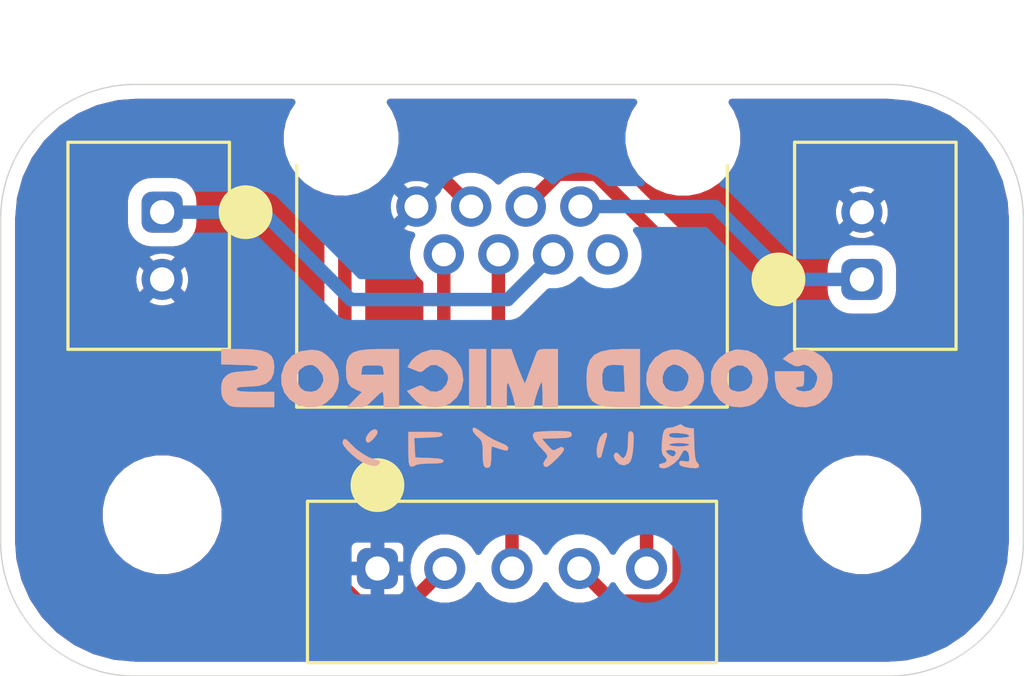
<source format=kicad_pcb>
(kicad_pcb (version 20171130) (host pcbnew 5.1.5+dfsg1-2build2)

  (general
    (thickness 1.6)
    (drawings 8)
    (tracks 30)
    (zones 0)
    (modules 7)
    (nets 9)
  )

  (page A4)
  (layers
    (0 F.Cu signal)
    (31 B.Cu signal)
    (32 B.Adhes user)
    (33 F.Adhes user)
    (34 B.Paste user)
    (35 F.Paste user)
    (36 B.SilkS user)
    (37 F.SilkS user)
    (38 B.Mask user)
    (39 F.Mask user)
    (40 Dwgs.User user)
    (41 Cmts.User user)
    (42 Eco1.User user)
    (43 Eco2.User user)
    (44 Edge.Cuts user)
    (45 Margin user)
    (46 B.CrtYd user)
    (47 F.CrtYd user)
    (48 B.Fab user)
    (49 F.Fab user)
  )

  (setup
    (last_trace_width 0.25)
    (trace_clearance 0.2)
    (zone_clearance 0.508)
    (zone_45_only no)
    (trace_min 0.2)
    (via_size 0.8)
    (via_drill 0.4)
    (via_min_size 0.4)
    (via_min_drill 0.3)
    (uvia_size 0.3)
    (uvia_drill 0.1)
    (uvias_allowed no)
    (uvia_min_size 0.2)
    (uvia_min_drill 0.1)
    (edge_width 0.05)
    (segment_width 0.2)
    (pcb_text_width 0.3)
    (pcb_text_size 1.5 1.5)
    (mod_edge_width 0.12)
    (mod_text_size 1 1)
    (mod_text_width 0.15)
    (pad_size 1.524 1.524)
    (pad_drill 0.762)
    (pad_to_mask_clearance 0.051)
    (solder_mask_min_width 0.25)
    (aux_axis_origin 0 0)
    (visible_elements FFFFFF7F)
    (pcbplotparams
      (layerselection 0x010f0_ffffffff)
      (usegerberextensions false)
      (usegerberattributes false)
      (usegerberadvancedattributes false)
      (creategerberjobfile false)
      (excludeedgelayer true)
      (linewidth 0.100000)
      (plotframeref false)
      (viasonmask false)
      (mode 1)
      (useauxorigin false)
      (hpglpennumber 1)
      (hpglpenspeed 20)
      (hpglpendiameter 15.000000)
      (psnegative false)
      (psa4output false)
      (plotreference true)
      (plotvalue true)
      (plotinvisibletext false)
      (padsonsilk false)
      (subtractmaskfromsilk false)
      (outputformat 1)
      (mirror false)
      (drillshape 0)
      (scaleselection 1)
      (outputdirectory "output/"))
  )

  (net 0 "")
  (net 1 /GND)
  (net 2 /down)
  (net 3 /up)
  (net 4 /right)
  (net 5 /left)
  (net 6 /a)
  (net 7 /b)
  (net 8 "Net-(CN2-Pad8)")

  (net_class Default "This is the default net class."
    (clearance 0.2)
    (trace_width 0.25)
    (via_dia 0.8)
    (via_drill 0.4)
    (uvia_dia 0.3)
    (uvia_drill 0.1)
    (add_net /GND)
    (add_net /a)
    (add_net /b)
    (add_net /down)
    (add_net /left)
    (add_net /right)
    (add_net /up)
    (add_net "Net-(CN2-Pad8)")
  )

  (module logos:gmlogo (layer B.Cu) (tedit 0) (tstamp 5FE88721)
    (at 150.5 116 180)
    (fp_text reference G*** (at 0 0) (layer B.SilkS) hide
      (effects (font (size 1.524 1.524) (thickness 0.3)) (justify mirror))
    )
    (fp_text value LOGO (at 0.75 0) (layer B.SilkS) hide
      (effects (font (size 1.524 1.524) (thickness 0.3)) (justify mirror))
    )
    (fp_poly (pts (xy 11.303 2.159) (xy 11.303 1.591797) (xy 10.620375 1.573774) (xy 10.310312 1.562526)
      (xy 10.107333 1.546131) (xy 9.991532 1.521286) (xy 9.943006 1.484689) (xy 9.93775 1.4605)
      (xy 9.966135 1.409639) (xy 10.065168 1.373941) (xy 10.255666 1.348312) (xy 10.456798 1.3335)
      (xy 10.731759 1.31103) (xy 10.914845 1.277941) (xy 11.041173 1.22468) (xy 11.139423 1.147807)
      (xy 11.244029 1.022361) (xy 11.292383 0.871975) (xy 11.303 0.675031) (xy 11.287824 0.453072)
      (xy 11.229055 0.29802) (xy 11.132369 0.1781) (xy 11.058543 0.105032) (xy 10.985755 0.055309)
      (xy 10.889177 0.024437) (xy 10.743981 0.007924) (xy 10.525339 0.001278) (xy 10.208423 0.000006)
      (xy 10.148119 0) (xy 9.3345 0) (xy 9.3345 0.5715) (xy 10.033 0.5715)
      (xy 10.345657 0.574221) (xy 10.551525 0.584213) (xy 10.670731 0.604222) (xy 10.723404 0.636991)
      (xy 10.7315 0.66675) (xy 10.704043 0.720064) (xy 10.60589 0.749756) (xy 10.413369 0.761263)
      (xy 10.31671 0.762) (xy 9.928144 0.788482) (xy 9.645932 0.873049) (xy 9.459857 1.023383)
      (xy 9.359704 1.247165) (xy 9.3345 1.500559) (xy 9.359149 1.731673) (xy 9.442055 1.904931)
      (xy 9.596656 2.027313) (xy 9.836389 2.105796) (xy 10.174692 2.147358) (xy 10.60246 2.159001)
      (xy 11.303 2.159)) (layer B.SilkS) (width 0.01))
    (fp_poly (pts (xy 8.366504 2.074946) (xy 8.666502 1.91735) (xy 8.897335 1.653441) (xy 8.962121 1.535714)
      (xy 9.070189 1.187783) (xy 9.064252 0.850656) (xy 8.956698 0.544235) (xy 8.75991 0.28842)
      (xy 8.486277 0.103114) (xy 8.148182 0.008217) (xy 8.006349 0) (xy 7.744281 0.0181)
      (xy 7.542538 0.083775) (xy 7.412678 0.160912) (xy 7.144562 0.410448) (xy 6.98294 0.708064)
      (xy 6.935968 0.985754) (xy 7.504539 0.985754) (xy 7.60175 0.769198) (xy 7.624608 0.738814)
      (xy 7.759502 0.616829) (xy 7.936659 0.57328) (xy 8.001 0.5715) (xy 8.200402 0.598117)
      (xy 8.340946 0.695793) (xy 8.377391 0.738814) (xy 8.49046 0.966773) (xy 8.492179 1.193453)
      (xy 8.392921 1.389822) (xy 8.203061 1.526846) (xy 8.082919 1.562988) (xy 7.931966 1.572599)
      (xy 7.806644 1.517006) (xy 7.686044 1.409314) (xy 7.532386 1.196386) (xy 7.504539 0.985754)
      (xy 6.935968 0.985754) (xy 6.928115 1.032178) (xy 6.980391 1.361208) (xy 7.140072 1.673574)
      (xy 7.387769 1.932235) (xy 7.555918 2.049866) (xy 7.715708 2.108307) (xy 7.926732 2.126678)
      (xy 7.995671 2.12725) (xy 8.366504 2.074946)) (layer B.SilkS) (width 0.01))
    (fp_poly (pts (xy 5.836908 2.148402) (xy 6.163606 2.11033) (xy 6.394674 2.035369) (xy 6.54515 1.914106)
      (xy 6.630074 1.737125) (xy 6.664486 1.495011) (xy 6.6675 1.36525) (xy 6.649589 1.073098)
      (xy 6.585698 0.874447) (xy 6.460592 0.739574) (xy 6.304355 0.656853) (xy 6.078433 0.562456)
      (xy 6.354438 0.281228) (xy 6.630442 0) (xy 6.281192 0) (xy 6.081896 0.006563)
      (xy 5.943602 0.040872) (xy 5.817979 0.124859) (xy 5.6567 0.280454) (xy 5.6515 0.28575)
      (xy 5.498086 0.434525) (xy 5.377366 0.537878) (xy 5.320778 0.5715) (xy 5.290787 0.514721)
      (xy 5.272802 0.371068) (xy 5.2705 0.28575) (xy 5.2705 0) (xy 4.699 0)
      (xy 4.699 1.2065) (xy 5.262064 1.2065) (xy 6.104435 1.2065) (xy 6.084342 1.381125)
      (xy 6.065966 1.477917) (xy 6.018269 1.530129) (xy 5.909713 1.551493) (xy 5.708763 1.555739)
      (xy 5.68325 1.55575) (xy 5.471687 1.552432) (xy 5.35557 1.533325) (xy 5.303363 1.484697)
      (xy 5.283528 1.392819) (xy 5.282157 1.381125) (xy 5.262064 1.2065) (xy 4.699 1.2065)
      (xy 4.699 2.159) (xy 5.399539 2.159001) (xy 5.836908 2.148402)) (layer B.SilkS) (width 0.01))
    (fp_poly (pts (xy 3.843178 2.031309) (xy 4.047536 1.904204) (xy 4.214518 1.751671) (xy 4.260503 1.689957)
      (xy 4.381097 1.49225) (xy 4.127496 1.383814) (xy 3.965894 1.319957) (xy 3.868241 1.312954)
      (xy 3.782067 1.368903) (xy 3.717834 1.431439) (xy 3.516845 1.562974) (xy 3.306814 1.56862)
      (xy 3.093458 1.448627) (xy 3.043115 1.401885) (xy 2.902456 1.229353) (xy 2.865757 1.071004)
      (xy 2.925461 0.880247) (xy 2.950401 0.830042) (xy 3.105119 0.651226) (xy 3.312082 0.569645)
      (xy 3.535282 0.591211) (xy 3.720232 0.703651) (xy 3.811946 0.781611) (xy 3.891856 0.803264)
      (xy 4.007825 0.770358) (xy 4.129675 0.718596) (xy 4.398451 0.601391) (xy 4.223662 0.393665)
      (xy 4.066029 0.235672) (xy 3.89937 0.110073) (xy 3.869089 0.09297) (xy 3.620719 0.017842)
      (xy 3.321895 0.002316) (xy 3.029177 0.044256) (xy 2.812051 0.132928) (xy 2.54822 0.371361)
      (xy 2.378208 0.673462) (xy 2.310732 1.010935) (xy 2.35451 1.355484) (xy 2.398703 1.474721)
      (xy 2.597883 1.787531) (xy 2.865459 2.006766) (xy 3.180048 2.124184) (xy 3.520262 2.131547)
      (xy 3.843178 2.031309)) (layer B.SilkS) (width 0.01))
    (fp_poly (pts (xy 2.0955 0) (xy 1.4605 0) (xy 1.4605 2.159) (xy 2.0955 2.159)
      (xy 2.0955 0)) (layer B.SilkS) (width 0.01))
    (fp_poly (pts (xy 1.27 2.159) (xy 1.27 0) (xy 0.6985 0) (xy 0.695957 0.492125)
      (xy 0.692818 0.733733) (xy 0.683636 0.864974) (xy 0.664081 0.90247) (xy 0.629822 0.862845)
      (xy 0.609102 0.8255) (xy 0.545413 0.670675) (xy 0.477646 0.454212) (xy 0.446561 0.333375)
      (xy 0.368332 0) (xy 0.025416 0) (xy -0.177241 0.006994) (xy -0.282128 0.034152)
      (xy -0.318005 0.090738) (xy -0.319574 0.111125) (xy -0.34094 0.231016) (xy -0.392572 0.415413)
      (xy -0.459858 0.620565) (xy -0.528186 0.80272) (xy -0.582945 0.918128) (xy -0.593915 0.932582)
      (xy -0.613202 0.894523) (xy -0.627631 0.756819) (xy -0.634685 0.546802) (xy -0.635 0.486834)
      (xy -0.635 0) (xy -1.2065 0) (xy -1.2065 2.159) (xy -0.833204 2.159)
      (xy -0.622996 2.15516) (xy -0.502994 2.132407) (xy -0.436422 2.073894) (xy -0.386503 1.962774)
      (xy -0.382695 1.952625) (xy -0.206116 1.480948) (xy -0.067721 1.111919) (xy -0.058623 1.087692)
      (xy 0.021773 0.873633) (xy 0.132909 1.119442) (xy 0.215287 1.315367) (xy 0.313543 1.568197)
      (xy 0.384531 1.762126) (xy 0.525016 2.159001) (xy 0.897508 2.159001) (xy 1.27 2.159)) (layer B.SilkS) (width 0.01))
    (fp_poly (pts (xy -3.603625 2.158902) (xy -3.148588 2.137855) (xy -2.802542 2.068238) (xy -2.553495 1.940101)
      (xy -2.389453 1.743495) (xy -2.298422 1.468469) (xy -2.26841 1.105074) (xy -2.268362 1.051184)
      (xy -2.288812 0.690106) (xy -2.354629 0.419491) (xy -2.480445 0.227364) (xy -2.680891 0.101751)
      (xy -2.970601 0.030677) (xy -3.364206 0.002168) (xy -3.552847 0) (xy -4.2545 0)
      (xy -4.2545 0.5715) (xy -3.688343 0.5715) (xy -3.344197 0.5715) (xy -3.128308 0.585835)
      (xy -2.976199 0.623571) (xy -2.93494 0.650875) (xy -2.878763 0.773948) (xy -2.856636 0.889)
      (xy -2.850871 1.20245) (xy -2.902061 1.412026) (xy -3.020648 1.532032) (xy -3.217076 1.576771)
      (xy -3.357326 1.57479) (xy -3.65125 1.55575) (xy -3.669797 1.063625) (xy -3.688343 0.5715)
      (xy -4.2545 0.5715) (xy -4.2545 2.159) (xy -3.603625 2.158902)) (layer B.SilkS) (width 0.01))
    (fp_poly (pts (xy -5.381331 2.131801) (xy -5.105468 2.038005) (xy -4.820077 1.842928) (xy -4.613861 1.568192)
      (xy -4.500789 1.243122) (xy -4.494833 0.897041) (xy -4.514814 0.798198) (xy -4.612862 0.534377)
      (xy -4.773232 0.322356) (xy -4.994553 0.141486) (xy -5.221676 0.043092) (xy -5.510063 0.001249)
      (xy -5.806754 0.016997) (xy -6.058787 0.091377) (xy -6.10913 0.119588) (xy -6.382059 0.359605)
      (xy -6.556461 0.650055) (xy -6.633591 0.967647) (xy -6.621397 1.175207) (xy -6.058462 1.175207)
      (xy -6.056833 1.005327) (xy -5.995708 0.817042) (xy -5.897835 0.665622) (xy -5.827462 0.614001)
      (xy -5.60298 0.573061) (xy -5.377148 0.608977) (xy -5.209474 0.710474) (xy -5.105224 0.900506)
      (xy -5.092363 1.116632) (xy -5.157849 1.324737) (xy -5.288636 1.490706) (xy -5.471683 1.580425)
      (xy -5.544801 1.5875) (xy -5.741439 1.533136) (xy -5.924629 1.39634) (xy -6.045224 1.216563)
      (xy -6.058462 1.175207) (xy -6.621397 1.175207) (xy -6.614705 1.28909) (xy -6.501056 1.591095)
      (xy -6.293901 1.850369) (xy -6.005742 2.038583) (xy -5.684365 2.140287) (xy -5.381331 2.131801)) (layer B.SilkS) (width 0.01))
    (fp_poly (pts (xy -7.767446 2.128874) (xy -7.485151 2.030547) (xy -7.225336 1.841798) (xy -7.021318 1.594919)
      (xy -6.906416 1.322203) (xy -6.900018 1.288146) (xy -6.892119 0.895632) (xy -6.998068 0.552364)
      (xy -7.213748 0.267855) (xy -7.404309 0.122947) (xy -7.669947 0.022415) (xy -7.983859 -0.003382)
      (xy -8.292599 0.044524) (xy -8.513974 0.144387) (xy -8.798506 0.40024) (xy -8.966422 0.704953)
      (xy -9.017 1.028544) (xy -9.003266 1.122249) (xy -8.437795 1.122249) (xy -8.425353 0.91981)
      (xy -8.312721 0.724173) (xy -8.307432 0.718468) (xy -8.126004 0.605285) (xy -7.902962 0.571778)
      (xy -7.691915 0.621162) (xy -7.609126 0.676592) (xy -7.51629 0.842243) (xy -7.493 1.052983)
      (xy -7.511367 1.251611) (xy -7.582953 1.38457) (xy -7.666623 1.460855) (xy -7.868214 1.556813)
      (xy -8.065254 1.548771) (xy -8.238617 1.458889) (xy -8.369173 1.309329) (xy -8.437795 1.122249)
      (xy -9.003266 1.122249) (xy -8.961981 1.403907) (xy -8.807518 1.716935) (xy -8.569505 1.953634)
      (xy -8.263833 2.100009) (xy -7.906397 2.142066) (xy -7.767446 2.128874)) (layer B.SilkS) (width 0.01))
    (fp_poly (pts (xy -10.087711 2.126329) (xy -9.798735 1.992324) (xy -9.735292 1.942572) (xy -9.564082 1.795303)
      (xy -9.814416 1.63546) (xy -10.009957 1.533177) (xy -10.143627 1.520518) (xy -10.171701 1.531558)
      (xy -10.344729 1.583224) (xy -10.508447 1.535559) (xy -10.680314 1.394456) (xy -10.804428 1.249619)
      (xy -10.845789 1.12419) (xy -10.833425 1.001748) (xy -10.745158 0.757941) (xy -10.59345 0.620952)
      (xy -10.367891 0.582203) (xy -10.326972 0.58434) (xy -10.163144 0.615762) (xy -10.063083 0.668281)
      (xy -10.042444 0.722098) (xy -10.116888 0.757417) (xy -10.186459 0.762) (xy -10.287591 0.773102)
      (xy -10.335504 0.829172) (xy -10.349803 0.964356) (xy -10.3505 1.04775) (xy -10.3505 1.3335)
      (xy -9.271 1.3335) (xy -9.271 1.030741) (xy -9.331886 0.691383) (xy -9.50593 0.389214)
      (xy -9.780214 0.146134) (xy -9.80025 0.13349) (xy -10.089007 0.02147) (xy -10.417468 -0.003219)
      (xy -10.736084 0.058526) (xy -10.928549 0.153932) (xy -11.193334 0.38671) (xy -11.350541 0.6624)
      (xy -11.402789 0.871323) (xy -11.403158 1.242135) (xy -11.283576 1.57515) (xy -11.048164 1.859126)
      (xy -11.037218 1.868604) (xy -10.730567 2.063127) (xy -10.406193 2.149483) (xy -10.087711 2.126329)) (layer B.SilkS) (width 0.01))
    (fp_poly (pts (xy 5.728651 -0.874388) (xy 5.84464 -0.990115) (xy 5.923553 -1.126269) (xy 5.932251 -1.228378)
      (xy 5.882173 -1.313781) (xy 5.812592 -1.314431) (xy 5.69976 -1.224134) (xy 5.624693 -1.14816)
      (xy 5.51325 -0.995641) (xy 5.497481 -0.882618) (xy 5.5781 -0.827878) (xy 5.612428 -0.8255)
      (xy 5.728651 -0.874388)) (layer B.SilkS) (width 0.01))
    (fp_poly (pts (xy -2.878218 -0.999492) (xy -2.783803 -1.106365) (xy -2.759501 -1.148317) (xy -2.690949 -1.333175)
      (xy -2.65333 -1.539321) (xy -2.64907 -1.726846) (xy -2.680592 -1.855842) (xy -2.714592 -1.887575)
      (xy -2.799217 -1.864748) (xy -2.817081 -1.830905) (xy -2.84649 -1.72092) (xy -2.893515 -1.542816)
      (xy -2.91513 -1.4605) (xy -2.968577 -1.262421) (xy -3.014285 -1.102678) (xy -3.026422 -1.063625)
      (xy -3.029737 -0.968536) (xy -2.970266 -0.950353) (xy -2.878218 -0.999492)) (layer B.SilkS) (width 0.01))
    (fp_poly (pts (xy -3.860452 -0.905601) (xy -3.826726 -0.964083) (xy -3.812452 -1.103457) (xy -3.81 -1.284957)
      (xy -3.791459 -1.581249) (xy -3.737912 -1.777033) (xy -3.715545 -1.813488) (xy -3.643261 -1.894598)
      (xy -3.586113 -1.884059) (xy -3.507649 -1.79222) (xy -3.411445 -1.698028) (xy -3.336647 -1.707278)
      (xy -3.318814 -1.723086) (xy -3.280747 -1.806418) (xy -3.322789 -1.930588) (xy -3.349901 -1.97874)
      (xy -3.490709 -2.121054) (xy -3.661193 -2.162309) (xy -3.823674 -2.099942) (xy -3.898854 -2.016125)
      (xy -3.949683 -1.876193) (xy -3.989977 -1.650912) (xy -4.011443 -1.398975) (xy -4.018466 -1.152728)
      (xy -4.009496 -1.005966) (xy -3.97962 -0.93166) (xy -3.923922 -0.902779) (xy -3.921125 -0.902194)
      (xy -3.860452 -0.905601)) (layer B.SilkS) (width 0.01))
    (fp_poly (pts (xy 6.793362 -1.296991) (xy 6.7945 -1.32916) (xy 6.747061 -1.436337) (xy 6.623668 -1.588254)
      (xy 6.452699 -1.757244) (xy 6.262536 -1.91564) (xy 6.08156 -2.035773) (xy 6.055636 -2.049452)
      (xy 5.791587 -2.157374) (xy 5.589046 -2.187889) (xy 5.472119 -2.144719) (xy 5.405213 -2.051159)
      (xy 5.442401 -1.990214) (xy 5.594747 -1.945687) (xy 5.610063 -1.942756) (xy 5.819805 -1.866432)
      (xy 6.068959 -1.722765) (xy 6.314319 -1.540864) (xy 6.512678 -1.349839) (xy 6.540982 -1.315559)
      (xy 6.66421 -1.19847) (xy 6.752852 -1.192523) (xy 6.793362 -1.296991)) (layer B.SilkS) (width 0.01))
    (fp_poly (pts (xy 4.34975 -1.55488) (xy 4.346898 -1.849286) (xy 4.335906 -2.039502) (xy 4.31312 -2.148256)
      (xy 4.274887 -2.198279) (xy 4.244545 -2.209271) (xy 4.131611 -2.192632) (xy 4.097922 -2.162515)
      (xy 4.017497 -2.129966) (xy 3.841068 -2.106452) (xy 3.599521 -2.095768) (xy 3.552252 -2.0955)
      (xy 3.291187 -2.090702) (xy 3.134964 -2.073627) (xy 3.06169 -2.040251) (xy 3.048 -2.002818)
      (xy 3.07644 -1.954188) (xy 3.175541 -1.921869) (xy 3.365975 -1.901475) (xy 3.571875 -1.891693)
      (xy 4.09575 -1.87325) (xy 4.114715 -1.510743) (xy 4.133681 -1.148236) (xy 3.606715 -1.129743)
      (xy 3.338451 -1.115627) (xy 3.175645 -1.093219) (xy 3.096809 -1.057882) (xy 3.07975 -1.016)
      (xy 3.100733 -0.971582) (xy 3.17761 -0.943066) (xy 3.33127 -0.927316) (xy 3.5826 -0.9212)
      (xy 3.71475 -0.92075) (xy 4.34975 -0.92075) (xy 4.34975 -1.55488)) (layer B.SilkS) (width 0.01))
    (fp_poly (pts (xy -1.063625 -0.889972) (xy -0.781718 -0.89548) (xy -0.543002 -0.90955) (xy -0.378918 -0.929809)
      (xy -0.32658 -0.945544) (xy -0.269441 -1.042278) (xy -0.319231 -1.194916) (xy -0.477282 -1.406517)
      (xy -0.571828 -1.509095) (xy -0.726559 -1.674912) (xy -0.802007 -1.7814) (xy -0.808262 -1.859465)
      (xy -0.75541 -1.94001) (xy -0.72403 -1.975373) (xy -0.661616 -2.099276) (xy -0.694979 -2.19404)
      (xy -0.78401 -2.2225) (xy -0.864793 -2.179979) (xy -1.00274 -2.068308) (xy -1.168512 -1.911319)
      (xy -1.17436 -1.905396) (xy -1.342185 -1.723908) (xy -1.422245 -1.604869) (xy -1.425338 -1.530642)
      (xy -1.413358 -1.514957) (xy -1.327478 -1.479181) (xy -1.201173 -1.532846) (xy -1.183003 -1.544503)
      (xy -1.084808 -1.600154) (xy -1.009436 -1.597424) (xy -0.918616 -1.522314) (xy -0.818228 -1.411068)
      (xy -0.610472 -1.17475) (xy -1.162486 -1.156402) (xy -1.429116 -1.144952) (xy -1.593145 -1.128065)
      (xy -1.678966 -1.099429) (xy -1.710976 -1.052728) (xy -1.7145 -1.013527) (xy -1.705455 -0.957402)
      (xy -1.663203 -0.921283) (xy -1.565071 -0.900866) (xy -1.388387 -0.891847) (xy -1.110478 -0.889922)
      (xy -1.063625 -0.889972)) (layer B.SilkS) (width 0.01))
    (fp_poly (pts (xy 1.967836 -0.800751) (xy 1.947998 -0.89831) (xy 1.856571 -1.026634) (xy 1.778 -1.101505)
      (xy 1.679973 -1.19246) (xy 1.623001 -1.284166) (xy 1.59601 -1.413473) (xy 1.587923 -1.617235)
      (xy 1.5875 -1.735356) (xy 1.578222 -2.011186) (xy 1.54518 -2.177572) (xy 1.480558 -2.251063)
      (xy 1.37654 -2.248209) (xy 1.349375 -2.239604) (xy 1.298315 -2.156723) (xy 1.272722 -1.958355)
      (xy 1.27 -1.836208) (xy 1.266351 -1.636807) (xy 1.256881 -1.500571) (xy 1.246233 -1.4605)
      (xy 1.177281 -1.479678) (xy 1.032387 -1.527842) (xy 0.966224 -1.550907) (xy 0.800952 -1.598463)
      (xy 0.690586 -1.610391) (xy 0.672491 -1.603824) (xy 0.636239 -1.511674) (xy 0.718051 -1.42018)
      (xy 0.922045 -1.325049) (xy 0.949801 -1.315001) (xy 1.191455 -1.206322) (xy 1.446564 -1.05774)
      (xy 1.553601 -0.982597) (xy 1.721544 -0.862238) (xy 1.853011 -0.782114) (xy 1.905549 -0.762)
      (xy 1.967836 -0.800751)) (layer B.SilkS) (width 0.01))
    (fp_poly (pts (xy -5.6543 -0.682625) (xy -5.484328 -0.747655) (xy -5.374387 -0.762) (xy -5.239348 -0.785244)
      (xy -5.15146 -0.869169) (xy -5.099391 -1.035063) (xy -5.071808 -1.304215) (xy -5.070178 -1.3335)
      (xy -5.064057 -1.569994) (xy -5.081483 -1.71632) (xy -5.129366 -1.808216) (xy -5.169479 -1.847091)
      (xy -5.24748 -1.963084) (xy -5.211691 -2.057132) (xy -5.076253 -2.0955) (xy -4.970091 -2.129945)
      (xy -4.966227 -2.206413) (xy -5.02011 -2.25648) (xy -5.159362 -2.274922) (xy -5.338928 -2.210762)
      (xy -5.526925 -2.085881) (xy -5.691472 -1.92216) (xy -5.800686 -1.741479) (xy -5.810368 -1.714128)
      (xy -5.817678 -1.703021) (xy -5.59408 -1.703021) (xy -5.545667 -1.799166) (xy -5.474403 -1.83642)
      (xy -5.377421 -1.795745) (xy -5.318125 -1.753105) (xy -5.220622 -1.658365) (xy -5.240469 -1.605357)
      (xy -5.380777 -1.587593) (xy -5.3975 -1.5875) (xy -5.541879 -1.620711) (xy -5.59408 -1.703021)
      (xy -5.817678 -1.703021) (xy -5.881253 -1.606437) (xy -5.970199 -1.604051) (xy -6.048349 -1.694259)
      (xy -6.084811 -1.835019) (xy -6.091108 -1.978375) (xy -6.050311 -2.027633) (xy -5.930637 -2.014768)
      (xy -5.910186 -2.010712) (xy -5.767372 -1.99847) (xy -5.716318 -2.044609) (xy -5.715 -2.061589)
      (xy -5.72871 -2.137917) (xy -5.78889 -2.187474) (xy -5.924115 -2.224392) (xy -6.104368 -2.254151)
      (xy -6.326686 -2.269804) (xy -6.437724 -2.232854) (xy -6.444101 -2.224359) (xy -6.438683 -2.13177)
      (xy -6.389731 -2.0754) (xy -6.338511 -2.003919) (xy -6.303996 -1.86627) (xy -6.282377 -1.640452)
      (xy -6.272247 -1.397) (xy -6.096 -1.397) (xy -6.038161 -1.430823) (xy -5.887064 -1.453755)
      (xy -5.715 -1.4605) (xy -5.512058 -1.45086) (xy -5.37447 -1.425677) (xy -5.334 -1.397)
      (xy -5.39184 -1.363176) (xy -5.542937 -1.340244) (xy -5.715 -1.3335) (xy -5.917943 -1.343139)
      (xy -6.055531 -1.368322) (xy -6.096 -1.397) (xy -6.272247 -1.397) (xy -6.263196 -1.084914)
      (xy -6.085226 -1.084914) (xy -5.981106 -1.124155) (xy -5.756748 -1.142737) (xy -5.720292 -1.143)
      (xy -5.498992 -1.136274) (xy -5.379177 -1.111849) (xy -5.335837 -1.063354) (xy -5.334 -1.044581)
      (xy -5.357984 -0.98849) (xy -5.4477 -0.962978) (xy -5.629796 -0.962171) (xy -5.694109 -0.965206)
      (xy -5.939931 -0.993242) (xy -6.070902 -1.037211) (xy -6.085226 -1.084914) (xy -6.263196 -1.084914)
      (xy -6.25475 -0.79375) (xy -6.064457 -0.772145) (xy -5.913783 -0.734114) (xy -5.828269 -0.676895)
      (xy -5.76141 -0.636793) (xy -5.6543 -0.682625)) (layer B.SilkS) (width 0.01))
  )

  (module modular-jack:RJHSE-5080 (layer F.Cu) (tedit 5FE880B0) (tstamp 5FBFF8AC)
    (at 150 106 180)
    (path /5FC0BAE5)
    (fp_text reference CN2 (at 0 0.5 180) (layer F.SilkS) hide
      (effects (font (size 1 1) (thickness 0.15)))
    )
    (fp_text value 1x8 (at 0 -0.5 180) (layer F.Fab) hide
      (effects (font (size 1 1) (thickness 0.15)))
    )
    (fp_line (start -8 -10) (end -8 -1) (layer F.SilkS) (width 0.12))
    (fp_line (start 8 -10) (end 8 -1) (layer F.SilkS) (width 0.12))
    (fp_line (start -8 -10) (end 8 -10) (layer F.SilkS) (width 0.12))
    (fp_line (start 7.875 5.08) (end 7.875 -9.91) (layer Dwgs.User) (width 0.12))
    (fp_line (start -7.875 -9.91) (end -7.875 5.08) (layer Dwgs.User) (width 0.12))
    (fp_line (start -7.875 -9.91) (end 7.875 -9.91) (layer Dwgs.User) (width 0.12))
    (fp_line (start -7.875 5.08) (end 7.875 5.08) (layer Dwgs.User) (width 0.12))
    (pad "" np_thru_hole circle (at -6.35 0 270) (size 3.25 3.25) (drill 3.25) (layers *.Cu *.Mask))
    (pad "" np_thru_hole circle (at 6.35 0 270) (size 3.25 3.25) (drill 3.25) (layers *.Cu *.Mask))
    (pad 8 thru_hole circle (at -3.555 -4.32 180) (size 1.5 1.5) (drill 0.89) (layers *.Cu *.Mask)
      (net 8 "Net-(CN2-Pad8)"))
    (pad 7 thru_hole circle (at -2.54 -2.54 180) (size 1.5 1.5) (drill 0.89) (layers *.Cu *.Mask)
      (net 7 /b))
    (pad 6 thru_hole circle (at -1.525 -4.32 180) (size 1.5 1.5) (drill 0.89) (layers *.Cu *.Mask)
      (net 6 /a))
    (pad 5 thru_hole circle (at -0.51 -2.54 180) (size 1.5 1.5) (drill 0.89) (layers *.Cu *.Mask)
      (net 4 /right))
    (pad 4 thru_hole circle (at 0.505 -4.32 180) (size 1.5 1.5) (drill 0.89) (layers *.Cu *.Mask)
      (net 5 /left))
    (pad 3 thru_hole circle (at 1.52 -2.54 180) (size 1.5 1.5) (drill 0.89) (layers *.Cu *.Mask)
      (net 2 /down))
    (pad 2 thru_hole circle (at 2.535 -4.32 180) (size 1.5 1.5) (drill 0.89) (layers *.Cu *.Mask)
      (net 3 /up))
    (pad 1 thru_hole circle (at 3.55 -2.54 180) (size 1.5 1.5) (drill 0.89) (layers *.Cu *.Mask)
      (net 1 /GND))
    (model ${KICAD_SYMBOL_DIR}/3d/M-RJHSE-5080-REVT1.STEP
      (offset (xyz 0 1 3))
      (scale (xyz 1 1 1))
      (rotate (xyz -90 0 0))
    )
  )

  (module PCB:M3 (layer F.Cu) (tedit 5FAC14DC) (tstamp 5FC00494)
    (at 137 120)
    (fp_text reference REF** (at 0 0.5) (layer F.SilkS) hide
      (effects (font (size 1 1) (thickness 0.15)))
    )
    (fp_text value M3 (at 0 -0.5) (layer F.Fab) hide
      (effects (font (size 1 1) (thickness 0.15)))
    )
    (pad "" np_thru_hole circle (at 0 0) (size 3.4 3.4) (drill 3.4) (layers *.Cu *.Mask)
      (solder_mask_margin 1.3))
  )

  (module PCB:M3 (layer F.Cu) (tedit 5FAC14DC) (tstamp 5FC00492)
    (at 163 120)
    (fp_text reference REF** (at 0 0.5) (layer F.SilkS) hide
      (effects (font (size 1 1) (thickness 0.15)))
    )
    (fp_text value M3 (at 0 -0.5) (layer F.Fab) hide
      (effects (font (size 1 1) (thickness 0.15)))
    )
    (pad "" np_thru_hole circle (at 0 0) (size 3.4 3.4) (drill 3.4) (layers *.Cu *.Mask)
      (solder_mask_margin 1.3))
  )

  (module JST:xh-2 (layer F.Cu) (tedit 5FBFEC76) (tstamp 5FBFFE50)
    (at 137 110 270)
    (path /5FC0E9F9)
    (fp_text reference CN4 (at 0 -1.6 90) (layer F.Fab) hide
      (effects (font (size 1 1) (thickness 0.15)))
    )
    (fp_text value 1x2 (at 0 1.1 90) (layer F.Fab) hide
      (effects (font (size 1 1) (thickness 0.15)))
    )
    (fp_circle (center -1.25 -3.1) (end -1.25 -3.1) (layer F.SilkS) (width 1))
    (fp_line (start 3.85 -2.5) (end -3.85 -2.5) (layer F.SilkS) (width 0.12))
    (fp_line (start 3.85 3.5) (end 3.85 -2.5) (layer F.SilkS) (width 0.12))
    (fp_line (start -3.85 3.5) (end 3.85 3.5) (layer F.SilkS) (width 0.12))
    (fp_line (start -3.85 -2.5) (end -3.85 3.5) (layer F.SilkS) (width 0.12))
    (fp_line (start -3.7 -2.35) (end -3.7 3.4) (layer F.Fab) (width 0.12))
    (fp_line (start 3.7 3.4) (end 3.7 -2.35) (layer F.Fab) (width 0.12))
    (fp_line (start -3.7 3.4) (end 3.7 3.4) (layer F.Fab) (width 0.12))
    (fp_line (start -3.7 -2.35) (end 3.7 -2.35) (layer F.Fab) (width 0.12))
    (pad 2 thru_hole circle (at 1.25 0 270) (size 1.524 1.524) (drill 0.9) (layers *.Cu *.Mask)
      (net 1 /GND))
    (pad 1 thru_hole roundrect (at -1.25 0 270) (size 1.524 1.524) (drill 0.9) (layers *.Cu *.Mask) (roundrect_rratio 0.25)
      (net 6 /a))
    (model ${KICAD_SYMBOL_DIR}/3d/B2B-XH-A.STEP
      (offset (xyz 0 -0.5 0))
      (scale (xyz 1 1 1))
      (rotate (xyz -90 0 180))
    )
  )

  (module JST:xh-2 (layer F.Cu) (tedit 5FBFEC76) (tstamp 5FBFFE41)
    (at 163 110 90)
    (path /5FC0F292)
    (fp_text reference CN3 (at 0 -1.6 90) (layer F.Fab) hide
      (effects (font (size 1 1) (thickness 0.15)))
    )
    (fp_text value 1x2 (at 0 1.1 90) (layer F.Fab) hide
      (effects (font (size 1 1) (thickness 0.15)))
    )
    (fp_circle (center -1.25 -3.1) (end -1.25 -3.1) (layer F.SilkS) (width 1))
    (fp_line (start 3.85 -2.5) (end -3.85 -2.5) (layer F.SilkS) (width 0.12))
    (fp_line (start 3.85 3.5) (end 3.85 -2.5) (layer F.SilkS) (width 0.12))
    (fp_line (start -3.85 3.5) (end 3.85 3.5) (layer F.SilkS) (width 0.12))
    (fp_line (start -3.85 -2.5) (end -3.85 3.5) (layer F.SilkS) (width 0.12))
    (fp_line (start -3.7 -2.35) (end -3.7 3.4) (layer F.Fab) (width 0.12))
    (fp_line (start 3.7 3.4) (end 3.7 -2.35) (layer F.Fab) (width 0.12))
    (fp_line (start -3.7 3.4) (end 3.7 3.4) (layer F.Fab) (width 0.12))
    (fp_line (start -3.7 -2.35) (end 3.7 -2.35) (layer F.Fab) (width 0.12))
    (pad 2 thru_hole circle (at 1.25 0 90) (size 1.524 1.524) (drill 0.9) (layers *.Cu *.Mask)
      (net 1 /GND))
    (pad 1 thru_hole roundrect (at -1.25 0 90) (size 1.524 1.524) (drill 0.9) (layers *.Cu *.Mask) (roundrect_rratio 0.25)
      (net 7 /b))
    (model ${KICAD_SYMBOL_DIR}/3d/B2B-XH-A.STEP
      (offset (xyz 0 -0.5 0))
      (scale (xyz 1 1 1))
      (rotate (xyz -90 0 180))
    )
  )

  (module JST:xh-5 (layer F.Cu) (tedit 5FBFE83B) (tstamp 5FBFF7C3)
    (at 150 122)
    (path /5FC0B0E2)
    (fp_text reference CN1 (at 0 -2) (layer F.Fab) hide
      (effects (font (size 1 1) (thickness 0.15)))
    )
    (fp_text value 1x5 (at 0 -3) (layer F.Fab) hide
      (effects (font (size 1 1) (thickness 0.15)))
    )
    (fp_line (start -7.45 -2.35) (end 7.45 -2.35) (layer F.Fab) (width 0.12))
    (fp_line (start -7.45 3.4) (end 7.45 3.4) (layer F.Fab) (width 0.12))
    (fp_line (start 7.45 3.4) (end 7.45 -2.35) (layer F.Fab) (width 0.12))
    (fp_line (start -7.45 -2.35) (end -7.45 3.4) (layer F.Fab) (width 0.12))
    (fp_line (start -7.6 -2.5) (end -7.6 3.5) (layer F.SilkS) (width 0.12))
    (fp_line (start -7.6 3.5) (end 7.6 3.5) (layer F.SilkS) (width 0.12))
    (fp_line (start 7.6 3.5) (end 7.6 -2.5) (layer F.SilkS) (width 0.12))
    (fp_line (start 7.6 -2.5) (end -7.6 -2.5) (layer F.SilkS) (width 0.12))
    (fp_circle (center -5 -3.1) (end -5 -3.1) (layer F.SilkS) (width 1))
    (pad 1 thru_hole roundrect (at -5 0) (size 1.524 1.524) (drill 0.9) (layers *.Cu *.Mask) (roundrect_rratio 0.25)
      (net 1 /GND))
    (pad 2 thru_hole circle (at -2.5 0) (size 1.524 1.524) (drill 0.9) (layers *.Cu *.Mask)
      (net 2 /down))
    (pad 3 thru_hole circle (at 0 0) (size 1.524 1.524) (drill 0.9) (layers *.Cu *.Mask)
      (net 3 /up))
    (pad 4 thru_hole circle (at 2.5 0) (size 1.524 1.524) (drill 0.9) (layers *.Cu *.Mask)
      (net 4 /right))
    (pad 5 thru_hole circle (at 5 0) (size 1.524 1.524) (drill 0.9) (layers *.Cu *.Mask)
      (net 5 /left))
    (model ${KICAD_SYMBOL_DIR}/3d/B5B-XH-A.STEP
      (offset (xyz 0 -0.5 0))
      (scale (xyz 1 1 1))
      (rotate (xyz -90 0 180))
    )
  )

  (gr_line (start 131 121) (end 131 109) (layer Edge.Cuts) (width 0.05) (tstamp 5FC003FF))
  (gr_line (start 169 121) (end 169 109) (layer Edge.Cuts) (width 0.05) (tstamp 5FC003FE))
  (gr_line (start 136 126) (end 164 126) (layer Edge.Cuts) (width 0.05) (tstamp 5FC003F4))
  (gr_arc (start 136 121) (end 131 121) (angle -90) (layer Edge.Cuts) (width 0.05) (tstamp 5FC003F3))
  (gr_arc (start 164 121) (end 164 126) (angle -90) (layer Edge.Cuts) (width 0.05) (tstamp 5FC003F2))
  (gr_arc (start 136 109) (end 136 104) (angle -90) (layer Edge.Cuts) (width 0.05) (tstamp 5FC003D0))
  (gr_arc (start 164 109) (end 169 109) (angle -90) (layer Edge.Cuts) (width 0.05))
  (gr_line (start 164 104) (end 136 104) (layer Edge.Cuts) (width 0.05))

  (segment (start 146.28799 123.21201) (end 146.738001 122.761999) (width 0.5) (layer F.Cu) (net 2))
  (segment (start 144.274782 123.21201) (end 146.28799 123.21201) (width 0.5) (layer F.Cu) (net 2))
  (segment (start 143.78799 122.725218) (end 144.274782 123.21201) (width 0.5) (layer F.Cu) (net 2))
  (segment (start 143.78799 109.426008) (end 143.78799 122.725218) (width 0.5) (layer F.Cu) (net 2))
  (segment (start 145.873999 107.339999) (end 143.78799 109.426008) (width 0.5) (layer F.Cu) (net 2))
  (segment (start 146.738001 122.761999) (end 147.5 122) (width 0.5) (layer F.Cu) (net 2))
  (segment (start 147.279999 107.339999) (end 145.873999 107.339999) (width 0.5) (layer F.Cu) (net 2))
  (segment (start 148.48 108.54) (end 147.279999 107.339999) (width 0.5) (layer F.Cu) (net 2))
  (segment (start 147.465 110.32) (end 147.465 115.465) (width 0.5) (layer F.Cu) (net 3))
  (segment (start 150 118) (end 150 122) (width 0.5) (layer F.Cu) (net 3))
  (segment (start 147.465 115.465) (end 150 118) (width 0.5) (layer F.Cu) (net 3))
  (segment (start 152.5 122) (end 153.712001 123.212001) (width 0.5) (layer F.Cu) (net 4))
  (segment (start 156.212001 110.435999) (end 153.116001 107.339999) (width 0.5) (layer F.Cu) (net 4))
  (segment (start 153.712001 123.212001) (end 155.581761 123.212001) (width 0.5) (layer F.Cu) (net 4))
  (segment (start 155.581761 123.212001) (end 156.212001 122.581761) (width 0.5) (layer F.Cu) (net 4))
  (segment (start 156.212001 122.581761) (end 156.212001 110.435999) (width 0.5) (layer F.Cu) (net 4))
  (segment (start 151.710001 107.339999) (end 151.259999 107.790001) (width 0.5) (layer F.Cu) (net 4))
  (segment (start 153.116001 107.339999) (end 151.710001 107.339999) (width 0.5) (layer F.Cu) (net 4))
  (segment (start 151.259999 107.790001) (end 150.51 108.54) (width 0.5) (layer F.Cu) (net 4))
  (segment (start 155 119.5) (end 155 122) (width 0.5) (layer F.Cu) (net 5))
  (segment (start 149.495 113.995) (end 155 119.5) (width 0.5) (layer F.Cu) (net 5))
  (segment (start 149.495 110.32) (end 149.495 113.995) (width 0.5) (layer F.Cu) (net 5))
  (segment (start 149.845 112) (end 151.525 110.32) (width 0.5) (layer B.Cu) (net 6))
  (segment (start 144.003 112) (end 149.845 112) (width 0.5) (layer B.Cu) (net 6))
  (segment (start 140.753 108.75) (end 144.003 112) (width 0.5) (layer B.Cu) (net 6))
  (segment (start 137 108.75) (end 140.753 108.75) (width 0.5) (layer B.Cu) (net 6))
  (segment (start 153.60066 108.54) (end 152.54 108.54) (width 0.5) (layer B.Cu) (net 7))
  (segment (start 157.54 108.54) (end 153.60066 108.54) (width 0.5) (layer B.Cu) (net 7))
  (segment (start 160.25 111.25) (end 157.54 108.54) (width 0.5) (layer B.Cu) (net 7))
  (segment (start 163 111.25) (end 160.25 111.25) (width 0.5) (layer B.Cu) (net 7))

  (zone (net 1) (net_name /GND) (layer F.Cu) (tstamp 5FBFF3A3) (hatch edge 0.508)
    (connect_pads (clearance 0.508))
    (min_thickness 0.254)
    (fill yes (arc_segments 32) (thermal_gap 0.2) (thermal_bridge_width 0.508))
    (polygon
      (pts
        (xy 131 104) (xy 169 104) (xy 169 126) (xy 131 126)
      )
    )
    (filled_polygon
      (pts
        (xy 141.647214 104.929489) (xy 141.476851 105.340782) (xy 141.39 105.777409) (xy 141.39 106.222591) (xy 141.476851 106.659218)
        (xy 141.647214 107.070511) (xy 141.894544 107.440666) (xy 142.209334 107.755456) (xy 142.579489 108.002786) (xy 142.990782 108.173149)
        (xy 143.427409 108.26) (xy 143.70242 108.26) (xy 143.192946 108.769474) (xy 143.159173 108.797191) (xy 143.048579 108.93195)
        (xy 142.966401 109.085696) (xy 142.915795 109.252519) (xy 142.90299 109.382532) (xy 142.90299 109.382539) (xy 142.898709 109.426008)
        (xy 142.90299 109.469477) (xy 142.902991 122.681739) (xy 142.898709 122.725218) (xy 142.915795 122.898708) (xy 142.966402 123.065531)
        (xy 143.04858 123.219277) (xy 143.131458 123.320264) (xy 143.131461 123.320267) (xy 143.159174 123.354035) (xy 143.192942 123.381748)
        (xy 143.618248 123.807054) (xy 143.645965 123.840827) (xy 143.780723 123.951421) (xy 143.934469 124.033599) (xy 144.101292 124.084205)
        (xy 144.231305 124.09701) (xy 144.231313 124.09701) (xy 144.274782 124.101291) (xy 144.318251 124.09701) (xy 146.244521 124.09701)
        (xy 146.28799 124.101291) (xy 146.331459 124.09701) (xy 146.331467 124.09701) (xy 146.46148 124.084205) (xy 146.628303 124.033599)
        (xy 146.782049 123.951421) (xy 146.916807 123.840827) (xy 146.944524 123.807054) (xy 147.355877 123.395701) (xy 147.362408 123.397)
        (xy 147.637592 123.397) (xy 147.90749 123.343314) (xy 148.161727 123.238005) (xy 148.390535 123.08512) (xy 148.58512 122.890535)
        (xy 148.738005 122.661727) (xy 148.75 122.632769) (xy 148.761995 122.661727) (xy 148.91488 122.890535) (xy 149.109465 123.08512)
        (xy 149.338273 123.238005) (xy 149.59251 123.343314) (xy 149.862408 123.397) (xy 150.137592 123.397) (xy 150.40749 123.343314)
        (xy 150.661727 123.238005) (xy 150.890535 123.08512) (xy 151.08512 122.890535) (xy 151.238005 122.661727) (xy 151.25 122.632769)
        (xy 151.261995 122.661727) (xy 151.41488 122.890535) (xy 151.609465 123.08512) (xy 151.838273 123.238005) (xy 152.09251 123.343314)
        (xy 152.362408 123.397) (xy 152.637592 123.397) (xy 152.644122 123.395701) (xy 153.055471 123.80705) (xy 153.083184 123.840818)
        (xy 153.116952 123.868531) (xy 153.116954 123.868533) (xy 153.150339 123.895931) (xy 153.217942 123.951412) (xy 153.371688 124.03359)
        (xy 153.538511 124.084196) (xy 153.668524 124.097001) (xy 153.668534 124.097001) (xy 153.712 124.101282) (xy 153.755466 124.097001)
        (xy 155.538292 124.097001) (xy 155.581761 124.101282) (xy 155.62523 124.097001) (xy 155.625238 124.097001) (xy 155.755251 124.084196)
        (xy 155.922074 124.03359) (xy 156.07582 123.951412) (xy 156.210578 123.840818) (xy 156.238295 123.807045) (xy 156.807051 123.23829)
        (xy 156.840818 123.210578) (xy 156.88227 123.16007) (xy 156.940595 123.089) (xy 156.951412 123.07582) (xy 157.03359 122.922074)
        (xy 157.070157 122.80153) (xy 157.084196 122.755252) (xy 157.087154 122.725218) (xy 157.097001 122.625238) (xy 157.097001 122.62523)
        (xy 157.101282 122.581761) (xy 157.097001 122.538292) (xy 157.097001 119.770023) (xy 160.665 119.770023) (xy 160.665 120.229977)
        (xy 160.754733 120.681094) (xy 160.93075 121.106037) (xy 161.186287 121.488476) (xy 161.511524 121.813713) (xy 161.893963 122.06925)
        (xy 162.318906 122.245267) (xy 162.770023 122.335) (xy 163.229977 122.335) (xy 163.681094 122.245267) (xy 164.106037 122.06925)
        (xy 164.488476 121.813713) (xy 164.813713 121.488476) (xy 165.06925 121.106037) (xy 165.245267 120.681094) (xy 165.335 120.229977)
        (xy 165.335 119.770023) (xy 165.245267 119.318906) (xy 165.06925 118.893963) (xy 164.813713 118.511524) (xy 164.488476 118.186287)
        (xy 164.106037 117.93075) (xy 163.681094 117.754733) (xy 163.229977 117.665) (xy 162.770023 117.665) (xy 162.318906 117.754733)
        (xy 161.893963 117.93075) (xy 161.511524 118.186287) (xy 161.186287 118.511524) (xy 160.93075 118.893963) (xy 160.754733 119.318906)
        (xy 160.665 119.770023) (xy 157.097001 119.770023) (xy 157.097001 110.869) (xy 161.599928 110.869) (xy 161.599928 111.631)
        (xy 161.619509 111.829811) (xy 161.6775 112.020982) (xy 161.771673 112.197166) (xy 161.898407 112.351593) (xy 162.052834 112.478327)
        (xy 162.229018 112.5725) (xy 162.420189 112.630491) (xy 162.619 112.650072) (xy 163.381 112.650072) (xy 163.579811 112.630491)
        (xy 163.770982 112.5725) (xy 163.947166 112.478327) (xy 164.101593 112.351593) (xy 164.228327 112.197166) (xy 164.3225 112.020982)
        (xy 164.380491 111.829811) (xy 164.400072 111.631) (xy 164.400072 110.869) (xy 164.380491 110.670189) (xy 164.3225 110.479018)
        (xy 164.228327 110.302834) (xy 164.101593 110.148407) (xy 163.947166 110.021673) (xy 163.770982 109.9275) (xy 163.579811 109.869509)
        (xy 163.381 109.849928) (xy 162.619 109.849928) (xy 162.420189 109.869509) (xy 162.229018 109.9275) (xy 162.052834 110.021673)
        (xy 161.898407 110.148407) (xy 161.771673 110.302834) (xy 161.6775 110.479018) (xy 161.619509 110.670189) (xy 161.599928 110.869)
        (xy 157.097001 110.869) (xy 157.097001 110.479464) (xy 157.101282 110.435998) (xy 157.097001 110.392532) (xy 157.097001 110.392522)
        (xy 157.084196 110.262509) (xy 157.03359 110.095686) (xy 156.951412 109.94194) (xy 156.891969 109.869509) (xy 156.868533 109.840952)
        (xy 156.868531 109.84095) (xy 156.840818 109.807182) (xy 156.80705 109.779469) (xy 156.577689 109.550108) (xy 162.379498 109.550108)
        (xy 162.463896 109.703949) (xy 162.660304 109.790207) (xy 162.869765 109.836491) (xy 163.084231 109.841021) (xy 163.29546 109.803624)
        (xy 163.495335 109.725738) (xy 163.536104 109.703949) (xy 163.620502 109.550108) (xy 163 108.929605) (xy 162.379498 109.550108)
        (xy 156.577689 109.550108) (xy 155.861812 108.834231) (xy 161.908979 108.834231) (xy 161.946376 109.04546) (xy 162.024262 109.245335)
        (xy 162.046051 109.286104) (xy 162.199892 109.370502) (xy 162.820395 108.75) (xy 163.179605 108.75) (xy 163.800108 109.370502)
        (xy 163.953949 109.286104) (xy 164.040207 109.089696) (xy 164.086491 108.880235) (xy 164.091021 108.665769) (xy 164.053624 108.45454)
        (xy 163.975738 108.254665) (xy 163.953949 108.213896) (xy 163.800108 108.129498) (xy 163.179605 108.75) (xy 162.820395 108.75)
        (xy 162.199892 108.129498) (xy 162.046051 108.213896) (xy 161.959793 108.410304) (xy 161.913509 108.619765) (xy 161.908979 108.834231)
        (xy 155.861812 108.834231) (xy 153.772535 106.744955) (xy 153.744818 106.711182) (xy 153.61006 106.600588) (xy 153.456314 106.51841)
        (xy 153.289491 106.467804) (xy 153.159478 106.454999) (xy 153.15947 106.454999) (xy 153.116001 106.450718) (xy 153.072532 106.454999)
        (xy 151.75347 106.454999) (xy 151.710001 106.450718) (xy 151.666532 106.454999) (xy 151.666524 106.454999) (xy 151.551307 106.466347)
        (xy 151.53651 106.467804) (xy 151.485904 106.483156) (xy 151.369688 106.51841) (xy 151.215942 106.600588) (xy 151.081184 106.711182)
        (xy 151.053467 106.744955) (xy 150.664958 107.133464) (xy 150.664952 107.133469) (xy 150.643421 107.155) (xy 150.373589 107.155)
        (xy 150.106011 107.208225) (xy 149.853957 107.312629) (xy 149.627114 107.464201) (xy 149.495 107.596315) (xy 149.362886 107.464201)
        (xy 149.136043 107.312629) (xy 148.883989 107.208225) (xy 148.616411 107.155) (xy 148.346578 107.155) (xy 147.936533 106.744955)
        (xy 147.908816 106.711182) (xy 147.774058 106.600588) (xy 147.620312 106.51841) (xy 147.453489 106.467804) (xy 147.323476 106.454999)
        (xy 147.323468 106.454999) (xy 147.279999 106.450718) (xy 147.23653 106.454999) (xy 145.917464 106.454999) (xy 145.873998 106.450718)
        (xy 145.864435 106.45166) (xy 145.91 106.222591) (xy 145.91 105.777409) (xy 145.823149 105.340782) (xy 145.652786 104.929489)
        (xy 145.472719 104.66) (xy 154.527281 104.66) (xy 154.347214 104.929489) (xy 154.176851 105.340782) (xy 154.09 105.777409)
        (xy 154.09 106.222591) (xy 154.176851 106.659218) (xy 154.347214 107.070511) (xy 154.594544 107.440666) (xy 154.909334 107.755456)
        (xy 155.279489 108.002786) (xy 155.690782 108.173149) (xy 156.127409 108.26) (xy 156.572591 108.26) (xy 157.009218 108.173149)
        (xy 157.420511 108.002786) (xy 157.499672 107.949892) (xy 162.379498 107.949892) (xy 163 108.570395) (xy 163.620502 107.949892)
        (xy 163.536104 107.796051) (xy 163.339696 107.709793) (xy 163.130235 107.663509) (xy 162.915769 107.658979) (xy 162.70454 107.696376)
        (xy 162.504665 107.774262) (xy 162.463896 107.796051) (xy 162.379498 107.949892) (xy 157.499672 107.949892) (xy 157.790666 107.755456)
        (xy 158.105456 107.440666) (xy 158.352786 107.070511) (xy 158.523149 106.659218) (xy 158.61 106.222591) (xy 158.61 105.777409)
        (xy 158.523149 105.340782) (xy 158.352786 104.929489) (xy 158.172719 104.66) (xy 163.970608 104.66) (xy 164.768083 104.731173)
        (xy 165.511891 104.934656) (xy 166.207905 105.266638) (xy 166.83413 105.716626) (xy 167.370777 106.270403) (xy 167.800871 106.910451)
        (xy 168.110829 107.616553) (xy 168.292065 108.371457) (xy 168.340001 109.02422) (xy 168.34 120.970608) (xy 168.268827 121.768083)
        (xy 168.065344 122.51189) (xy 167.733363 123.207904) (xy 167.283374 123.83413) (xy 166.729597 124.370777) (xy 166.089549 124.800871)
        (xy 165.383447 125.110829) (xy 164.628543 125.292065) (xy 163.975793 125.34) (xy 136.029392 125.34) (xy 135.231917 125.268827)
        (xy 134.48811 125.065344) (xy 133.792096 124.733363) (xy 133.16587 124.283374) (xy 132.629223 123.729597) (xy 132.199129 123.089549)
        (xy 131.889171 122.383447) (xy 131.707935 121.628543) (xy 131.66 120.975793) (xy 131.66 119.770023) (xy 134.665 119.770023)
        (xy 134.665 120.229977) (xy 134.754733 120.681094) (xy 134.93075 121.106037) (xy 135.186287 121.488476) (xy 135.511524 121.813713)
        (xy 135.893963 122.06925) (xy 136.318906 122.245267) (xy 136.770023 122.335) (xy 137.229977 122.335) (xy 137.681094 122.245267)
        (xy 138.106037 122.06925) (xy 138.488476 121.813713) (xy 138.813713 121.488476) (xy 139.06925 121.106037) (xy 139.245267 120.681094)
        (xy 139.335 120.229977) (xy 139.335 119.770023) (xy 139.245267 119.318906) (xy 139.06925 118.893963) (xy 138.813713 118.511524)
        (xy 138.488476 118.186287) (xy 138.106037 117.93075) (xy 137.681094 117.754733) (xy 137.229977 117.665) (xy 136.770023 117.665)
        (xy 136.318906 117.754733) (xy 135.893963 117.93075) (xy 135.511524 118.186287) (xy 135.186287 118.511524) (xy 134.93075 118.893963)
        (xy 134.754733 119.318906) (xy 134.665 119.770023) (xy 131.66 119.770023) (xy 131.66 112.050108) (xy 136.379498 112.050108)
        (xy 136.463896 112.203949) (xy 136.660304 112.290207) (xy 136.869765 112.336491) (xy 137.084231 112.341021) (xy 137.29546 112.303624)
        (xy 137.495335 112.225738) (xy 137.536104 112.203949) (xy 137.620502 112.050108) (xy 137 111.429605) (xy 136.379498 112.050108)
        (xy 131.66 112.050108) (xy 131.66 111.334231) (xy 135.908979 111.334231) (xy 135.946376 111.54546) (xy 136.024262 111.745335)
        (xy 136.046051 111.786104) (xy 136.199892 111.870502) (xy 136.820395 111.25) (xy 137.179605 111.25) (xy 137.800108 111.870502)
        (xy 137.953949 111.786104) (xy 138.040207 111.589696) (xy 138.086491 111.380235) (xy 138.091021 111.165769) (xy 138.053624 110.95454)
        (xy 137.975738 110.754665) (xy 137.953949 110.713896) (xy 137.800108 110.629498) (xy 137.179605 111.25) (xy 136.820395 111.25)
        (xy 136.199892 110.629498) (xy 136.046051 110.713896) (xy 135.959793 110.910304) (xy 135.913509 111.119765) (xy 135.908979 111.334231)
        (xy 131.66 111.334231) (xy 131.66 110.449892) (xy 136.379498 110.449892) (xy 137 111.070395) (xy 137.620502 110.449892)
        (xy 137.536104 110.296051) (xy 137.339696 110.209793) (xy 137.130235 110.163509) (xy 136.915769 110.158979) (xy 136.70454 110.196376)
        (xy 136.504665 110.274262) (xy 136.463896 110.296051) (xy 136.379498 110.449892) (xy 131.66 110.449892) (xy 131.66 109.029392)
        (xy 131.718938 108.369) (xy 135.599928 108.369) (xy 135.599928 109.131) (xy 135.619509 109.329811) (xy 135.6775 109.520982)
        (xy 135.771673 109.697166) (xy 135.898407 109.851593) (xy 136.052834 109.978327) (xy 136.229018 110.0725) (xy 136.420189 110.130491)
        (xy 136.619 110.150072) (xy 137.381 110.150072) (xy 137.579811 110.130491) (xy 137.770982 110.0725) (xy 137.947166 109.978327)
        (xy 138.101593 109.851593) (xy 138.228327 109.697166) (xy 138.3225 109.520982) (xy 138.380491 109.329811) (xy 138.400072 109.131)
        (xy 138.400072 108.369) (xy 138.380491 108.170189) (xy 138.3225 107.979018) (xy 138.228327 107.802834) (xy 138.101593 107.648407)
        (xy 137.947166 107.521673) (xy 137.770982 107.4275) (xy 137.579811 107.369509) (xy 137.381 107.349928) (xy 136.619 107.349928)
        (xy 136.420189 107.369509) (xy 136.229018 107.4275) (xy 136.052834 107.521673) (xy 135.898407 107.648407) (xy 135.771673 107.802834)
        (xy 135.6775 107.979018) (xy 135.619509 108.170189) (xy 135.599928 108.369) (xy 131.718938 108.369) (xy 131.731173 108.231917)
        (xy 131.934656 107.488109) (xy 132.266638 106.792095) (xy 132.716626 106.16587) (xy 133.270403 105.629223) (xy 133.910451 105.199129)
        (xy 134.616553 104.889171) (xy 135.371457 104.707935) (xy 136.024207 104.66) (xy 141.827281 104.66)
      )
    )
    (filled_polygon
      (pts
        (xy 146.643748 108.525858) (xy 146.629605 108.54) (xy 146.643748 108.554143) (xy 146.464143 108.733748) (xy 146.45 108.719605)
        (xy 145.838093 109.331512) (xy 145.921033 109.484126) (xy 146.115387 109.569181) (xy 146.277211 109.604718) (xy 146.237629 109.663957)
        (xy 146.133225 109.916011) (xy 146.08 110.183589) (xy 146.08 110.456411) (xy 146.133225 110.723989) (xy 146.237629 110.976043)
        (xy 146.389201 111.202886) (xy 146.58 111.393685) (xy 146.580001 115.421521) (xy 146.575719 115.465) (xy 146.592805 115.63849)
        (xy 146.643412 115.805313) (xy 146.72559 115.959059) (xy 146.808468 116.060046) (xy 146.808471 116.060049) (xy 146.836184 116.093817)
        (xy 146.869951 116.121529) (xy 149.115 118.366579) (xy 149.115001 120.911181) (xy 149.109465 120.91488) (xy 148.91488 121.109465)
        (xy 148.761995 121.338273) (xy 148.75 121.367231) (xy 148.738005 121.338273) (xy 148.58512 121.109465) (xy 148.390535 120.91488)
        (xy 148.161727 120.761995) (xy 147.90749 120.656686) (xy 147.637592 120.603) (xy 147.362408 120.603) (xy 147.09251 120.656686)
        (xy 146.838273 120.761995) (xy 146.609465 120.91488) (xy 146.41488 121.109465) (xy 146.261995 121.338273) (xy 146.156686 121.59251)
        (xy 146.103 121.862408) (xy 146.103 122.137592) (xy 146.104299 122.144123) (xy 146.064336 122.184086) (xy 146.00725 122.127)
        (xy 145.127 122.127) (xy 145.127 122.147) (xy 144.873 122.147) (xy 144.873 122.127) (xy 144.853 122.127)
        (xy 144.853 121.873) (xy 144.873 121.873) (xy 144.873 120.99275) (xy 145.127 120.99275) (xy 145.127 121.873)
        (xy 146.00725 121.873) (xy 146.089 121.79125) (xy 146.090582 121.238) (xy 146.084268 121.173897) (xy 146.06557 121.112257)
        (xy 146.035206 121.05545) (xy 145.994343 121.005657) (xy 145.94455 120.964794) (xy 145.887743 120.93443) (xy 145.826103 120.915732)
        (xy 145.762 120.909418) (xy 145.20875 120.911) (xy 145.127 120.99275) (xy 144.873 120.99275) (xy 144.79125 120.911)
        (xy 144.67299 120.910662) (xy 144.67299 109.792586) (xy 145.471253 108.994324) (xy 145.485652 109.031134) (xy 145.505874 109.068967)
        (xy 145.658488 109.151907) (xy 146.270395 108.54) (xy 146.256253 108.525858) (xy 146.435858 108.346253) (xy 146.45 108.360395)
        (xy 146.464143 108.346253)
      )
    )
  )
  (zone (net 1) (net_name /GND) (layer B.Cu) (tstamp 5FBFF3A0) (hatch edge 0.508)
    (connect_pads (clearance 0.508))
    (min_thickness 0.254)
    (fill yes (arc_segments 32) (thermal_gap 0.2) (thermal_bridge_width 0.508))
    (polygon
      (pts
        (xy 131 104) (xy 169 104) (xy 169 126) (xy 131 126)
      )
    )
    (filled_polygon
      (pts
        (xy 141.647214 104.929489) (xy 141.476851 105.340782) (xy 141.39 105.777409) (xy 141.39 106.222591) (xy 141.476851 106.659218)
        (xy 141.647214 107.070511) (xy 141.894544 107.440666) (xy 142.209334 107.755456) (xy 142.579489 108.002786) (xy 142.990782 108.173149)
        (xy 143.427409 108.26) (xy 143.872591 108.26) (xy 144.309218 108.173149) (xy 144.720511 108.002786) (xy 145.090666 107.755456)
        (xy 145.097634 107.748488) (xy 145.838093 107.748488) (xy 146.45 108.360395) (xy 147.061907 107.748488) (xy 146.978967 107.595874)
        (xy 146.784613 107.510819) (xy 146.5774 107.465314) (xy 146.365291 107.461109) (xy 146.156438 107.498366) (xy 145.958866 107.575652)
        (xy 145.921033 107.595874) (xy 145.838093 107.748488) (xy 145.097634 107.748488) (xy 145.405456 107.440666) (xy 145.652786 107.070511)
        (xy 145.823149 106.659218) (xy 145.91 106.222591) (xy 145.91 105.777409) (xy 145.823149 105.340782) (xy 145.652786 104.929489)
        (xy 145.472719 104.66) (xy 154.527281 104.66) (xy 154.347214 104.929489) (xy 154.176851 105.340782) (xy 154.09 105.777409)
        (xy 154.09 106.222591) (xy 154.176851 106.659218) (xy 154.347214 107.070511) (xy 154.594544 107.440666) (xy 154.808878 107.655)
        (xy 153.613685 107.655) (xy 153.422886 107.464201) (xy 153.196043 107.312629) (xy 152.943989 107.208225) (xy 152.676411 107.155)
        (xy 152.403589 107.155) (xy 152.136011 107.208225) (xy 151.883957 107.312629) (xy 151.657114 107.464201) (xy 151.525 107.596315)
        (xy 151.392886 107.464201) (xy 151.166043 107.312629) (xy 150.913989 107.208225) (xy 150.646411 107.155) (xy 150.373589 107.155)
        (xy 150.106011 107.208225) (xy 149.853957 107.312629) (xy 149.627114 107.464201) (xy 149.495 107.596315) (xy 149.362886 107.464201)
        (xy 149.136043 107.312629) (xy 148.883989 107.208225) (xy 148.616411 107.155) (xy 148.343589 107.155) (xy 148.076011 107.208225)
        (xy 147.823957 107.312629) (xy 147.597114 107.464201) (xy 147.404201 107.657114) (xy 147.252629 107.883957) (xy 147.229281 107.940324)
        (xy 146.629605 108.54) (xy 146.643748 108.554143) (xy 146.464143 108.733748) (xy 146.45 108.719605) (xy 145.838093 109.331512)
        (xy 145.921033 109.484126) (xy 146.115387 109.569181) (xy 146.277211 109.604718) (xy 146.237629 109.663957) (xy 146.133225 109.916011)
        (xy 146.08 110.183589) (xy 146.08 110.456411) (xy 146.133225 110.723989) (xy 146.237629 110.976043) (xy 146.330477 111.115)
        (xy 144.369579 111.115) (xy 141.879288 108.624709) (xy 145.371109 108.624709) (xy 145.408366 108.833562) (xy 145.485652 109.031134)
        (xy 145.505874 109.068967) (xy 145.658488 109.151907) (xy 146.270395 108.54) (xy 145.658488 107.928093) (xy 145.505874 108.011033)
        (xy 145.420819 108.205387) (xy 145.375314 108.4126) (xy 145.371109 108.624709) (xy 141.879288 108.624709) (xy 141.409534 108.154956)
        (xy 141.381817 108.121183) (xy 141.247059 108.010589) (xy 141.093313 107.928411) (xy 140.92649 107.877805) (xy 140.796477 107.865)
        (xy 140.796469 107.865) (xy 140.753 107.860719) (xy 140.709531 107.865) (xy 138.261556 107.865) (xy 138.228327 107.802834)
        (xy 138.101593 107.648407) (xy 137.947166 107.521673) (xy 137.770982 107.4275) (xy 137.579811 107.369509) (xy 137.381 107.349928)
        (xy 136.619 107.349928) (xy 136.420189 107.369509) (xy 136.229018 107.4275) (xy 136.052834 107.521673) (xy 135.898407 107.648407)
        (xy 135.771673 107.802834) (xy 135.6775 107.979018) (xy 135.619509 108.170189) (xy 135.599928 108.369) (xy 135.599928 109.131)
        (xy 135.619509 109.329811) (xy 135.6775 109.520982) (xy 135.771673 109.697166) (xy 135.898407 109.851593) (xy 136.052834 109.978327)
        (xy 136.229018 110.0725) (xy 136.420189 110.130491) (xy 136.619 110.150072) (xy 137.381 110.150072) (xy 137.579811 110.130491)
        (xy 137.770982 110.0725) (xy 137.947166 109.978327) (xy 138.101593 109.851593) (xy 138.228327 109.697166) (xy 138.261556 109.635)
        (xy 140.386422 109.635) (xy 143.34647 112.595049) (xy 143.374183 112.628817) (xy 143.407951 112.65653) (xy 143.407953 112.656532)
        (xy 143.479452 112.71521) (xy 143.508941 112.739411) (xy 143.662687 112.821589) (xy 143.82951 112.872195) (xy 143.959523 112.885)
        (xy 143.959533 112.885) (xy 144.002999 112.889281) (xy 144.046466 112.885) (xy 149.801531 112.885) (xy 149.845 112.889281)
        (xy 149.888469 112.885) (xy 149.888477 112.885) (xy 150.01849 112.872195) (xy 150.185313 112.821589) (xy 150.339059 112.739411)
        (xy 150.473817 112.628817) (xy 150.501534 112.595044) (xy 151.391579 111.705) (xy 151.661411 111.705) (xy 151.928989 111.651775)
        (xy 152.181043 111.547371) (xy 152.407886 111.395799) (xy 152.54 111.263685) (xy 152.672114 111.395799) (xy 152.898957 111.547371)
        (xy 153.151011 111.651775) (xy 153.418589 111.705) (xy 153.691411 111.705) (xy 153.958989 111.651775) (xy 154.211043 111.547371)
        (xy 154.437886 111.395799) (xy 154.630799 111.202886) (xy 154.782371 110.976043) (xy 154.886775 110.723989) (xy 154.94 110.456411)
        (xy 154.94 110.183589) (xy 154.886775 109.916011) (xy 154.782371 109.663957) (xy 154.630799 109.437114) (xy 154.618685 109.425)
        (xy 157.173422 109.425) (xy 159.59347 111.845049) (xy 159.621183 111.878817) (xy 159.654951 111.90653) (xy 159.654953 111.906532)
        (xy 159.755941 111.989411) (xy 159.909687 112.071589) (xy 160.07651 112.122195) (xy 160.206523 112.135) (xy 160.206531 112.135)
        (xy 160.25 112.139281) (xy 160.293469 112.135) (xy 161.738444 112.135) (xy 161.771673 112.197166) (xy 161.898407 112.351593)
        (xy 162.052834 112.478327) (xy 162.229018 112.5725) (xy 162.420189 112.630491) (xy 162.619 112.650072) (xy 163.381 112.650072)
        (xy 163.579811 112.630491) (xy 163.770982 112.5725) (xy 163.947166 112.478327) (xy 164.101593 112.351593) (xy 164.228327 112.197166)
        (xy 164.3225 112.020982) (xy 164.380491 111.829811) (xy 164.400072 111.631) (xy 164.400072 110.869) (xy 164.380491 110.670189)
        (xy 164.3225 110.479018) (xy 164.228327 110.302834) (xy 164.101593 110.148407) (xy 163.947166 110.021673) (xy 163.770982 109.9275)
        (xy 163.579811 109.869509) (xy 163.381 109.849928) (xy 162.619 109.849928) (xy 162.420189 109.869509) (xy 162.229018 109.9275)
        (xy 162.052834 110.021673) (xy 161.898407 110.148407) (xy 161.771673 110.302834) (xy 161.738444 110.365) (xy 160.616579 110.365)
        (xy 159.801687 109.550108) (xy 162.379498 109.550108) (xy 162.463896 109.703949) (xy 162.660304 109.790207) (xy 162.869765 109.836491)
        (xy 163.084231 109.841021) (xy 163.29546 109.803624) (xy 163.495335 109.725738) (xy 163.536104 109.703949) (xy 163.620502 109.550108)
        (xy 163 108.929605) (xy 162.379498 109.550108) (xy 159.801687 109.550108) (xy 159.08581 108.834231) (xy 161.908979 108.834231)
        (xy 161.946376 109.04546) (xy 162.024262 109.245335) (xy 162.046051 109.286104) (xy 162.199892 109.370502) (xy 162.820395 108.75)
        (xy 163.179605 108.75) (xy 163.800108 109.370502) (xy 163.953949 109.286104) (xy 164.040207 109.089696) (xy 164.086491 108.880235)
        (xy 164.091021 108.665769) (xy 164.053624 108.45454) (xy 163.975738 108.254665) (xy 163.953949 108.213896) (xy 163.800108 108.129498)
        (xy 163.179605 108.75) (xy 162.820395 108.75) (xy 162.199892 108.129498) (xy 162.046051 108.213896) (xy 161.959793 108.410304)
        (xy 161.913509 108.619765) (xy 161.908979 108.834231) (xy 159.08581 108.834231) (xy 158.201471 107.949892) (xy 162.379498 107.949892)
        (xy 163 108.570395) (xy 163.620502 107.949892) (xy 163.536104 107.796051) (xy 163.339696 107.709793) (xy 163.130235 107.663509)
        (xy 162.915769 107.658979) (xy 162.70454 107.696376) (xy 162.504665 107.774262) (xy 162.463896 107.796051) (xy 162.379498 107.949892)
        (xy 158.201471 107.949892) (xy 158.196534 107.944956) (xy 158.168817 107.911183) (xy 158.034059 107.800589) (xy 157.880313 107.718411)
        (xy 157.839954 107.706168) (xy 158.105456 107.440666) (xy 158.352786 107.070511) (xy 158.523149 106.659218) (xy 158.61 106.222591)
        (xy 158.61 105.777409) (xy 158.523149 105.340782) (xy 158.352786 104.929489) (xy 158.172719 104.66) (xy 163.970608 104.66)
        (xy 164.768083 104.731173) (xy 165.511891 104.934656) (xy 166.207905 105.266638) (xy 166.83413 105.716626) (xy 167.370777 106.270403)
        (xy 167.800871 106.910451) (xy 168.110829 107.616553) (xy 168.292065 108.371457) (xy 168.340001 109.02422) (xy 168.34 120.970608)
        (xy 168.268827 121.768083) (xy 168.065344 122.51189) (xy 167.733363 123.207904) (xy 167.283374 123.83413) (xy 166.729597 124.370777)
        (xy 166.089549 124.800871) (xy 165.383447 125.110829) (xy 164.628543 125.292065) (xy 163.975793 125.34) (xy 136.029392 125.34)
        (xy 135.231917 125.268827) (xy 134.48811 125.065344) (xy 133.792096 124.733363) (xy 133.16587 124.283374) (xy 132.629223 123.729597)
        (xy 132.199129 123.089549) (xy 132.055345 122.762) (xy 143.909418 122.762) (xy 143.915732 122.826103) (xy 143.93443 122.887743)
        (xy 143.964794 122.94455) (xy 144.005657 122.994343) (xy 144.05545 123.035206) (xy 144.112257 123.06557) (xy 144.173897 123.084268)
        (xy 144.238 123.090582) (xy 144.79125 123.089) (xy 144.873 123.00725) (xy 144.873 122.127) (xy 145.127 122.127)
        (xy 145.127 123.00725) (xy 145.20875 123.089) (xy 145.762 123.090582) (xy 145.826103 123.084268) (xy 145.887743 123.06557)
        (xy 145.94455 123.035206) (xy 145.994343 122.994343) (xy 146.035206 122.94455) (xy 146.06557 122.887743) (xy 146.084268 122.826103)
        (xy 146.090582 122.762) (xy 146.089 122.20875) (xy 146.00725 122.127) (xy 145.127 122.127) (xy 144.873 122.127)
        (xy 143.99275 122.127) (xy 143.911 122.20875) (xy 143.909418 122.762) (xy 132.055345 122.762) (xy 131.889171 122.383447)
        (xy 131.707935 121.628543) (xy 131.66 120.975793) (xy 131.66 119.770023) (xy 134.665 119.770023) (xy 134.665 120.229977)
        (xy 134.754733 120.681094) (xy 134.93075 121.106037) (xy 135.186287 121.488476) (xy 135.511524 121.813713) (xy 135.893963 122.06925)
        (xy 136.318906 122.245267) (xy 136.770023 122.335) (xy 137.229977 122.335) (xy 137.681094 122.245267) (xy 138.106037 122.06925)
        (xy 138.488476 121.813713) (xy 138.813713 121.488476) (xy 138.981075 121.238) (xy 143.909418 121.238) (xy 143.911 121.79125)
        (xy 143.99275 121.873) (xy 144.873 121.873) (xy 144.873 120.99275) (xy 145.127 120.99275) (xy 145.127 121.873)
        (xy 146.00725 121.873) (xy 146.017842 121.862408) (xy 146.103 121.862408) (xy 146.103 122.137592) (xy 146.156686 122.40749)
        (xy 146.261995 122.661727) (xy 146.41488 122.890535) (xy 146.609465 123.08512) (xy 146.838273 123.238005) (xy 147.09251 123.343314)
        (xy 147.362408 123.397) (xy 147.637592 123.397) (xy 147.90749 123.343314) (xy 148.161727 123.238005) (xy 148.390535 123.08512)
        (xy 148.58512 122.890535) (xy 148.738005 122.661727) (xy 148.75 122.632769) (xy 148.761995 122.661727) (xy 148.91488 122.890535)
        (xy 149.109465 123.08512) (xy 149.338273 123.238005) (xy 149.59251 123.343314) (xy 149.862408 123.397) (xy 150.137592 123.397)
        (xy 150.40749 123.343314) (xy 150.661727 123.238005) (xy 150.890535 123.08512) (xy 151.08512 122.890535) (xy 151.238005 122.661727)
        (xy 151.25 122.632769) (xy 151.261995 122.661727) (xy 151.41488 122.890535) (xy 151.609465 123.08512) (xy 151.838273 123.238005)
        (xy 152.09251 123.343314) (xy 152.362408 123.397) (xy 152.637592 123.397) (xy 152.90749 123.343314) (xy 153.161727 123.238005)
        (xy 153.390535 123.08512) (xy 153.58512 122.890535) (xy 153.738005 122.661727) (xy 153.75 122.632769) (xy 153.761995 122.661727)
        (xy 153.91488 122.890535) (xy 154.109465 123.08512) (xy 154.338273 123.238005) (xy 154.59251 123.343314) (xy 154.862408 123.397)
        (xy 155.137592 123.397) (xy 155.40749 123.343314) (xy 155.661727 123.238005) (xy 155.890535 123.08512) (xy 156.08512 122.890535)
        (xy 156.238005 122.661727) (xy 156.343314 122.40749) (xy 156.397 122.137592) (xy 156.397 121.862408) (xy 156.343314 121.59251)
        (xy 156.238005 121.338273) (xy 156.08512 121.109465) (xy 155.890535 120.91488) (xy 155.661727 120.761995) (xy 155.40749 120.656686)
        (xy 155.137592 120.603) (xy 154.862408 120.603) (xy 154.59251 120.656686) (xy 154.338273 120.761995) (xy 154.109465 120.91488)
        (xy 153.91488 121.109465) (xy 153.761995 121.338273) (xy 153.75 121.367231) (xy 153.738005 121.338273) (xy 153.58512 121.109465)
        (xy 153.390535 120.91488) (xy 153.161727 120.761995) (xy 152.90749 120.656686) (xy 152.637592 120.603) (xy 152.362408 120.603)
        (xy 152.09251 120.656686) (xy 151.838273 120.761995) (xy 151.609465 120.91488) (xy 151.41488 121.109465) (xy 151.261995 121.338273)
        (xy 151.25 121.367231) (xy 151.238005 121.338273) (xy 151.08512 121.109465) (xy 150.890535 120.91488) (xy 150.661727 120.761995)
        (xy 150.40749 120.656686) (xy 150.137592 120.603) (xy 149.862408 120.603) (xy 149.59251 120.656686) (xy 149.338273 120.761995)
        (xy 149.109465 120.91488) (xy 148.91488 121.109465) (xy 148.761995 121.338273) (xy 148.75 121.367231) (xy 148.738005 121.338273)
        (xy 148.58512 121.109465) (xy 148.390535 120.91488) (xy 148.161727 120.761995) (xy 147.90749 120.656686) (xy 147.637592 120.603)
        (xy 147.362408 120.603) (xy 147.09251 120.656686) (xy 146.838273 120.761995) (xy 146.609465 120.91488) (xy 146.41488 121.109465)
        (xy 146.261995 121.338273) (xy 146.156686 121.59251) (xy 146.103 121.862408) (xy 146.017842 121.862408) (xy 146.089 121.79125)
        (xy 146.090582 121.238) (xy 146.084268 121.173897) (xy 146.06557 121.112257) (xy 146.035206 121.05545) (xy 145.994343 121.005657)
        (xy 145.94455 120.964794) (xy 145.887743 120.93443) (xy 145.826103 120.915732) (xy 145.762 120.909418) (xy 145.20875 120.911)
        (xy 145.127 120.99275) (xy 144.873 120.99275) (xy 144.79125 120.911) (xy 144.238 120.909418) (xy 144.173897 120.915732)
        (xy 144.112257 120.93443) (xy 144.05545 120.964794) (xy 144.005657 121.005657) (xy 143.964794 121.05545) (xy 143.93443 121.112257)
        (xy 143.915732 121.173897) (xy 143.909418 121.238) (xy 138.981075 121.238) (xy 139.06925 121.106037) (xy 139.245267 120.681094)
        (xy 139.335 120.229977) (xy 139.335 119.770023) (xy 160.665 119.770023) (xy 160.665 120.229977) (xy 160.754733 120.681094)
        (xy 160.93075 121.106037) (xy 161.186287 121.488476) (xy 161.511524 121.813713) (xy 161.893963 122.06925) (xy 162.318906 122.245267)
        (xy 162.770023 122.335) (xy 163.229977 122.335) (xy 163.681094 122.245267) (xy 164.106037 122.06925) (xy 164.488476 121.813713)
        (xy 164.813713 121.488476) (xy 165.06925 121.106037) (xy 165.245267 120.681094) (xy 165.335 120.229977) (xy 165.335 119.770023)
        (xy 165.245267 119.318906) (xy 165.06925 118.893963) (xy 164.813713 118.511524) (xy 164.488476 118.186287) (xy 164.106037 117.93075)
        (xy 163.681094 117.754733) (xy 163.229977 117.665) (xy 162.770023 117.665) (xy 162.318906 117.754733) (xy 161.893963 117.93075)
        (xy 161.511524 118.186287) (xy 161.186287 118.511524) (xy 160.93075 118.893963) (xy 160.754733 119.318906) (xy 160.665 119.770023)
        (xy 139.335 119.770023) (xy 139.245267 119.318906) (xy 139.06925 118.893963) (xy 138.813713 118.511524) (xy 138.488476 118.186287)
        (xy 138.106037 117.93075) (xy 137.681094 117.754733) (xy 137.229977 117.665) (xy 136.770023 117.665) (xy 136.318906 117.754733)
        (xy 135.893963 117.93075) (xy 135.511524 118.186287) (xy 135.186287 118.511524) (xy 134.93075 118.893963) (xy 134.754733 119.318906)
        (xy 134.665 119.770023) (xy 131.66 119.770023) (xy 131.66 112.050108) (xy 136.379498 112.050108) (xy 136.463896 112.203949)
        (xy 136.660304 112.290207) (xy 136.869765 112.336491) (xy 137.084231 112.341021) (xy 137.29546 112.303624) (xy 137.495335 112.225738)
        (xy 137.536104 112.203949) (xy 137.620502 112.050108) (xy 137 111.429605) (xy 136.379498 112.050108) (xy 131.66 112.050108)
        (xy 131.66 111.334231) (xy 135.908979 111.334231) (xy 135.946376 111.54546) (xy 136.024262 111.745335) (xy 136.046051 111.786104)
        (xy 136.199892 111.870502) (xy 136.820395 111.25) (xy 137.179605 111.25) (xy 137.800108 111.870502) (xy 137.953949 111.786104)
        (xy 138.040207 111.589696) (xy 138.086491 111.380235) (xy 138.091021 111.165769) (xy 138.053624 110.95454) (xy 137.975738 110.754665)
        (xy 137.953949 110.713896) (xy 137.800108 110.629498) (xy 137.179605 111.25) (xy 136.820395 111.25) (xy 136.199892 110.629498)
        (xy 136.046051 110.713896) (xy 135.959793 110.910304) (xy 135.913509 111.119765) (xy 135.908979 111.334231) (xy 131.66 111.334231)
        (xy 131.66 110.449892) (xy 136.379498 110.449892) (xy 137 111.070395) (xy 137.620502 110.449892) (xy 137.536104 110.296051)
        (xy 137.339696 110.209793) (xy 137.130235 110.163509) (xy 136.915769 110.158979) (xy 136.70454 110.196376) (xy 136.504665 110.274262)
        (xy 136.463896 110.296051) (xy 136.379498 110.449892) (xy 131.66 110.449892) (xy 131.66 109.029392) (xy 131.731173 108.231917)
        (xy 131.934656 107.488109) (xy 132.266638 106.792095) (xy 132.716626 106.16587) (xy 133.270403 105.629223) (xy 133.910451 105.199129)
        (xy 134.616553 104.889171) (xy 135.371457 104.707935) (xy 136.024207 104.66) (xy 141.827281 104.66)
      )
    )
  )
)

</source>
